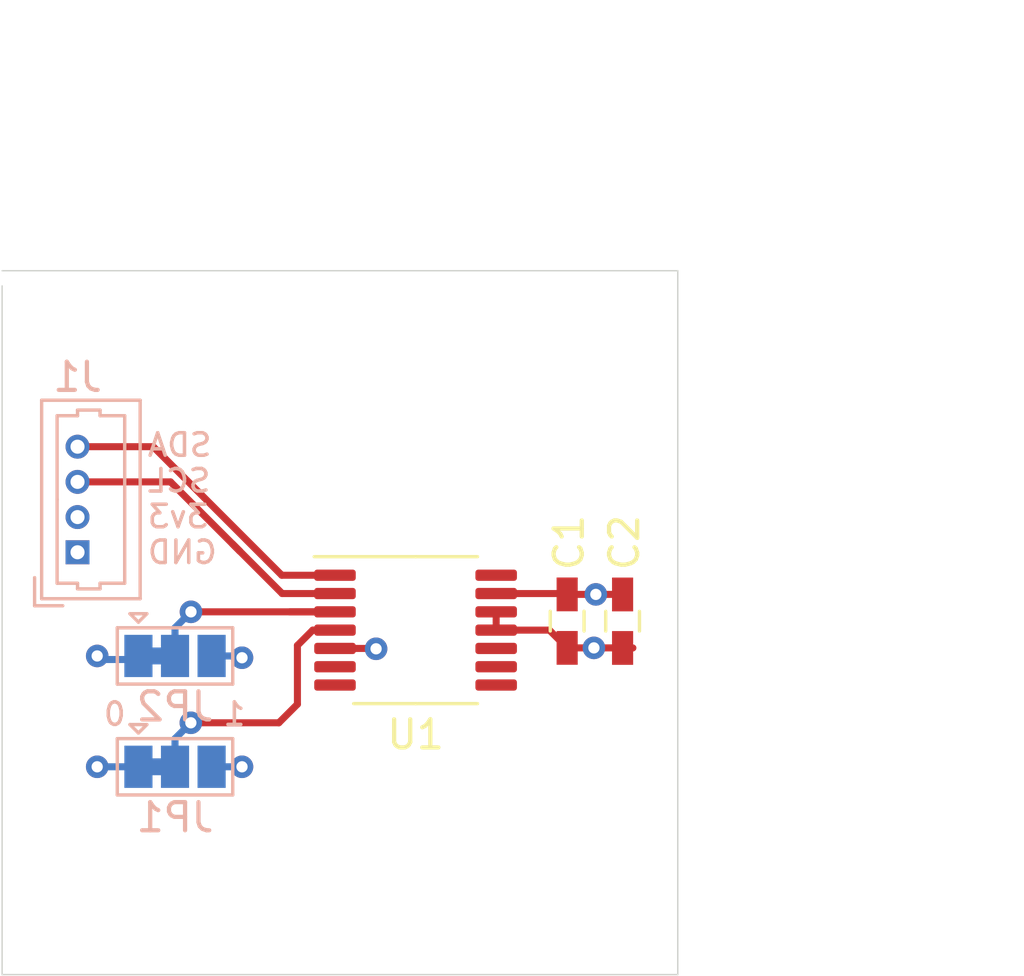
<source format=kicad_pcb>
(kicad_pcb (version 20171130) (host pcbnew "(5.1.9)-1")

  (general
    (thickness 1.6)
    (drawings 12)
    (tracks 49)
    (zones 0)
    (modules 10)
    (nets 7)
  )

  (page A4)
  (layers
    (0 F.Cu signal)
    (1 In1.Cu signal)
    (2 In2.Cu signal)
    (31 B.Cu signal)
    (32 B.Adhes user)
    (33 F.Adhes user)
    (34 B.Paste user)
    (35 F.Paste user)
    (36 B.SilkS user)
    (37 F.SilkS user)
    (38 B.Mask user)
    (39 F.Mask user)
    (40 Dwgs.User user)
    (41 Cmts.User user)
    (42 Eco1.User user)
    (43 Eco2.User user)
    (44 Edge.Cuts user)
    (45 Margin user)
    (46 B.CrtYd user)
    (47 F.CrtYd user)
    (48 B.Fab user hide)
    (49 F.Fab user hide)
  )

  (setup
    (last_trace_width 0.25)
    (trace_clearance 0.2)
    (zone_clearance 0.225)
    (zone_45_only yes)
    (trace_min 0.2)
    (via_size 0.8)
    (via_drill 0.4)
    (via_min_size 0.4)
    (via_min_drill 0.3)
    (uvia_size 0.3)
    (uvia_drill 0.1)
    (uvias_allowed no)
    (uvia_min_size 0.2)
    (uvia_min_drill 0.1)
    (edge_width 0.05)
    (segment_width 0.2)
    (pcb_text_width 0.3)
    (pcb_text_size 1.5 1.5)
    (mod_edge_width 0.12)
    (mod_text_size 1 1)
    (mod_text_width 0.15)
    (pad_size 1 0.5)
    (pad_drill 0)
    (pad_to_mask_clearance 0)
    (aux_axis_origin 0 0)
    (grid_origin 158.8135 94.234)
    (visible_elements FFFFFF7F)
    (pcbplotparams
      (layerselection 0x010fc_ffffffff)
      (usegerberextensions true)
      (usegerberattributes false)
      (usegerberadvancedattributes false)
      (creategerberjobfile false)
      (excludeedgelayer true)
      (linewidth 0.100000)
      (plotframeref false)
      (viasonmask false)
      (mode 1)
      (useauxorigin false)
      (hpglpennumber 1)
      (hpglpenspeed 20)
      (hpglpendiameter 15.000000)
      (psnegative false)
      (psa4output false)
      (plotreference true)
      (plotvalue false)
      (plotinvisibletext false)
      (padsonsilk false)
      (subtractmaskfromsilk true)
      (outputformat 1)
      (mirror false)
      (drillshape 0)
      (scaleselection 1)
      (outputdirectory "gerber"))
  )

  (net 0 "")
  (net 1 +3V3)
  (net 2 GND)
  (net 3 /SCL)
  (net 4 /SDA)
  (net 5 /A1)
  (net 6 /A2)

  (net_class Default "This is the default net class."
    (clearance 0.2)
    (trace_width 0.25)
    (via_dia 0.8)
    (via_drill 0.4)
    (uvia_dia 0.3)
    (uvia_drill 0.1)
    (add_net +3V3)
    (add_net /A1)
    (add_net /A2)
    (add_net /SCL)
    (add_net /SDA)
    (add_net GND)
  )

  (module Mounting_Holes:MountingHole_2.5mm (layer F.Cu) (tedit 56D1B4CB) (tstamp 60D17021)
    (at 148 88)
    (descr "Mounting Hole 2.5mm, no annular")
    (tags "mounting hole 2.5mm no annular")
    (attr virtual)
    (fp_text reference REF** (at 0 -3.35) (layer F.SilkS) hide
      (effects (font (size 1 1) (thickness 0.15)))
    )
    (fp_text value MountingHole_2.5mm (at 0 3.35) (layer F.Fab)
      (effects (font (size 1 1) (thickness 0.15)))
    )
    (fp_circle (center 0 0) (end 2.75 0) (layer F.CrtYd) (width 0.05))
    (fp_circle (center 0 0) (end 2.5 0) (layer Cmts.User) (width 0.15))
    (fp_text user %R (at 0.3 0) (layer F.Fab)
      (effects (font (size 1 1) (thickness 0.15)))
    )
    (pad 1 np_thru_hole circle (at 0 0) (size 2.5 2.5) (drill 2.5) (layers *.Cu *.Mask))
  )

  (module Mounting_Holes:MountingHole_2.5mm (layer F.Cu) (tedit 56D1B4CB) (tstamp 60D17013)
    (at 148 106)
    (descr "Mounting Hole 2.5mm, no annular")
    (tags "mounting hole 2.5mm no annular")
    (attr virtual)
    (fp_text reference B (at 0 -3.35) (layer F.SilkS) hide
      (effects (font (size 1 1) (thickness 0.15)))
    )
    (fp_text value MountingHole_2.5mm (at 0 3.35) (layer F.Fab)
      (effects (font (size 1 1) (thickness 0.15)))
    )
    (fp_circle (center 0 0) (end 2.75 0) (layer F.CrtYd) (width 0.05))
    (fp_circle (center 0 0) (end 2.5 0) (layer Cmts.User) (width 0.15))
    (fp_text user %R (at 0.3 0) (layer F.Fab)
      (effects (font (size 1 1) (thickness 0.15)))
    )
    (pad 1 np_thru_hole circle (at 0 0) (size 2.5 2.5) (drill 2.5) (layers *.Cu *.Mask))
  )

  (module Mounting_Holes:MountingHole_2.5mm (layer F.Cu) (tedit 56D1B4CB) (tstamp 60D16FFD)
    (at 137 106)
    (descr "Mounting Hole 2.5mm, no annular")
    (tags "mounting hole 2.5mm no annular")
    (attr virtual)
    (fp_text reference A (at 0.0965 -0.0185) (layer F.SilkS)
      (effects (font (size 1 1) (thickness 0.15)))
    )
    (fp_text value MountingHole_2.5mm (at 0 3.35) (layer F.Fab)
      (effects (font (size 1 1) (thickness 0.15)))
    )
    (fp_circle (center 0 0) (end 2.75 0) (layer F.CrtYd) (width 0.05))
    (fp_circle (center 0 0) (end 2.5 0) (layer Cmts.User) (width 0.15))
    (fp_text user %R (at 0.3 0) (layer F.Fab)
      (effects (font (size 1 1) (thickness 0.15)))
    )
    (pad 1 np_thru_hole circle (at 0 0) (size 2.5 2.5) (drill 2.5) (layers *.Cu *.Mask))
  )

  (module Mounting_Holes:MountingHole_2.5mm (layer F.Cu) (tedit 56D1B4CB) (tstamp 60D16FC8)
    (at 137 88)
    (descr "Mounting Hole 2.5mm, no annular")
    (tags "mounting hole 2.5mm no annular")
    (attr virtual)
    (fp_text reference REF** (at 0 -3.35) (layer F.SilkS) hide
      (effects (font (size 1 1) (thickness 0.15)))
    )
    (fp_text value MountingHole_2.5mm (at 0 3.35) (layer F.Fab)
      (effects (font (size 1 1) (thickness 0.15)))
    )
    (fp_circle (center 0 0) (end 2.75 0) (layer F.CrtYd) (width 0.05))
    (fp_circle (center 0 0) (end 2.5 0) (layer Cmts.User) (width 0.15))
    (fp_text user %R (at 0.3 0) (layer F.Fab)
      (effects (font (size 1 1) (thickness 0.15)))
    )
    (pad 1 np_thru_hole circle (at 0 0) (size 2.5 2.5) (drill 2.5) (layers *.Cu *.Mask))
  )

  (module Jumper:SolderJumper-3_P1.3mm_Bridged12_Pad1.0x1.5mm (layer B.Cu) (tedit 5C756B4C) (tstamp 60D16B4F)
    (at 133.955 97.917)
    (descr "SMD Solder 3-pad Jumper, 1x1.5mm Pads, 0.3mm gap, pads 1-2 bridged with 1 copper strip")
    (tags "solder jumper open")
    (path /60D1D24D)
    (attr virtual)
    (fp_text reference JP2 (at 0 1.8) (layer B.SilkS)
      (effects (font (size 1 1) (thickness 0.15)) (justify mirror))
    )
    (fp_text value SolderJumper_3_Bridged12 (at 0 -2) (layer B.Fab)
      (effects (font (size 1 1) (thickness 0.15)) (justify mirror))
    )
    (fp_line (start -1.3 -1.2) (end -1 -1.5) (layer B.SilkS) (width 0.12))
    (fp_line (start -1.6 -1.5) (end -1 -1.5) (layer B.SilkS) (width 0.12))
    (fp_line (start -1.3 -1.2) (end -1.6 -1.5) (layer B.SilkS) (width 0.12))
    (fp_line (start -2.05 -1) (end -2.05 1) (layer B.SilkS) (width 0.12))
    (fp_line (start 2.05 -1) (end -2.05 -1) (layer B.SilkS) (width 0.12))
    (fp_line (start 2.05 1) (end 2.05 -1) (layer B.SilkS) (width 0.12))
    (fp_line (start -2.05 1) (end 2.05 1) (layer B.SilkS) (width 0.12))
    (fp_line (start -2.3 1.25) (end 2.3 1.25) (layer B.CrtYd) (width 0.05))
    (fp_line (start -2.3 1.25) (end -2.3 -1.25) (layer B.CrtYd) (width 0.05))
    (fp_line (start 2.3 -1.25) (end 2.3 1.25) (layer B.CrtYd) (width 0.05))
    (fp_line (start 2.3 -1.25) (end -2.3 -1.25) (layer B.CrtYd) (width 0.05))
    (fp_poly (pts (xy -0.9 0.3) (xy -0.4 0.3) (xy -0.4 -0.3) (xy -0.9 -0.3)) (layer B.Cu) (width 0))
    (pad 2 smd rect (at 0 0) (size 1 1.5) (layers B.Cu B.Mask)
      (net 6 /A2))
    (pad 3 smd rect (at 1.3 0) (size 1 1.5) (layers B.Cu B.Mask)
      (net 1 +3V3))
    (pad 1 smd rect (at -1.3 0) (size 1 1.5) (layers B.Cu B.Mask)
      (net 2 GND))
  )

  (module Jumper:SolderJumper-3_P1.3mm_Bridged12_Pad1.0x1.5mm (layer B.Cu) (tedit 5C756B4C) (tstamp 60D2B28E)
    (at 133.955 101.854)
    (descr "SMD Solder 3-pad Jumper, 1x1.5mm Pads, 0.3mm gap, pads 1-2 bridged with 1 copper strip")
    (tags "solder jumper open")
    (path /60D1AEAA)
    (attr virtual)
    (fp_text reference JP1 (at 0 1.8) (layer B.SilkS)
      (effects (font (size 1 1) (thickness 0.15)) (justify mirror))
    )
    (fp_text value SolderJumper_3_Bridged12 (at 0 -2) (layer B.Fab)
      (effects (font (size 1 1) (thickness 0.15)) (justify mirror))
    )
    (fp_line (start -1.3 -1.2) (end -1 -1.5) (layer B.SilkS) (width 0.12))
    (fp_line (start -1.6 -1.5) (end -1 -1.5) (layer B.SilkS) (width 0.12))
    (fp_line (start -1.3 -1.2) (end -1.6 -1.5) (layer B.SilkS) (width 0.12))
    (fp_line (start -2.05 -1) (end -2.05 1) (layer B.SilkS) (width 0.12))
    (fp_line (start 2.05 -1) (end -2.05 -1) (layer B.SilkS) (width 0.12))
    (fp_line (start 2.05 1) (end 2.05 -1) (layer B.SilkS) (width 0.12))
    (fp_line (start -2.05 1) (end 2.05 1) (layer B.SilkS) (width 0.12))
    (fp_line (start -2.3 1.25) (end 2.3 1.25) (layer B.CrtYd) (width 0.05))
    (fp_line (start -2.3 1.25) (end -2.3 -1.25) (layer B.CrtYd) (width 0.05))
    (fp_line (start 2.3 -1.25) (end 2.3 1.25) (layer B.CrtYd) (width 0.05))
    (fp_line (start 2.3 -1.25) (end -2.3 -1.25) (layer B.CrtYd) (width 0.05))
    (fp_poly (pts (xy -0.9 0.3) (xy -0.4 0.3) (xy -0.4 -0.3) (xy -0.9 -0.3)) (layer B.Cu) (width 0))
    (pad 2 smd rect (at 0 0) (size 1 1.5) (layers B.Cu B.Mask)
      (net 5 /A1))
    (pad 3 smd rect (at 1.3 0) (size 1 1.5) (layers B.Cu B.Mask)
      (net 1 +3V3))
    (pad 1 smd rect (at -1.3 0) (size 1 1.5) (layers B.Cu B.Mask)
      (net 2 GND))
  )

  (module Package_SO:TSSOP-14_4.4x5mm_P0.65mm (layer F.Cu) (tedit 5E476F32) (tstamp 60D16B6F)
    (at 142.5 97)
    (descr "TSSOP, 14 Pin (JEDEC MO-153 Var AB-1 https://www.jedec.org/document_search?search_api_views_fulltext=MO-153), generated with kicad-footprint-generator ipc_gullwing_generator.py")
    (tags "TSSOP SO")
    (path /60D16C7A)
    (attr smd)
    (fp_text reference U1 (at 0 3.711) (layer F.SilkS)
      (effects (font (size 1 1) (thickness 0.15)))
    )
    (fp_text value AS5048B (at 0 3.45) (layer F.Fab)
      (effects (font (size 1 1) (thickness 0.15)))
    )
    (fp_text user %R (at 0 0) (layer F.Fab)
      (effects (font (size 1 1) (thickness 0.15)))
    )
    (fp_line (start 0 2.61) (end 2.2 2.61) (layer F.SilkS) (width 0.12))
    (fp_line (start 0 2.61) (end -2.2 2.61) (layer F.SilkS) (width 0.12))
    (fp_line (start 0 -2.61) (end 2.2 -2.61) (layer F.SilkS) (width 0.12))
    (fp_line (start 0 -2.61) (end -3.6 -2.61) (layer F.SilkS) (width 0.12))
    (fp_line (start -1.2 -2.5) (end 2.2 -2.5) (layer F.Fab) (width 0.1))
    (fp_line (start 2.2 -2.5) (end 2.2 2.5) (layer F.Fab) (width 0.1))
    (fp_line (start 2.2 2.5) (end -2.2 2.5) (layer F.Fab) (width 0.1))
    (fp_line (start -2.2 2.5) (end -2.2 -1.5) (layer F.Fab) (width 0.1))
    (fp_line (start -2.2 -1.5) (end -1.2 -2.5) (layer F.Fab) (width 0.1))
    (fp_line (start -3.85 -2.75) (end -3.85 2.75) (layer F.CrtYd) (width 0.05))
    (fp_line (start -3.85 2.75) (end 3.85 2.75) (layer F.CrtYd) (width 0.05))
    (fp_line (start 3.85 2.75) (end 3.85 -2.75) (layer F.CrtYd) (width 0.05))
    (fp_line (start 3.85 -2.75) (end -3.85 -2.75) (layer F.CrtYd) (width 0.05))
    (pad 14 smd roundrect (at 2.8625 -1.95) (size 1.475 0.4) (layers F.Cu F.Paste F.Mask) (roundrect_rratio 0.25))
    (pad 13 smd roundrect (at 2.8625 -1.3) (size 1.475 0.4) (layers F.Cu F.Paste F.Mask) (roundrect_rratio 0.25)
      (net 2 GND))
    (pad 12 smd roundrect (at 2.8625 -0.65) (size 1.475 0.4) (layers F.Cu F.Paste F.Mask) (roundrect_rratio 0.25)
      (net 1 +3V3))
    (pad 11 smd roundrect (at 2.8625 0) (size 1.475 0.4) (layers F.Cu F.Paste F.Mask) (roundrect_rratio 0.25)
      (net 1 +3V3))
    (pad 10 smd roundrect (at 2.8625 0.65) (size 1.475 0.4) (layers F.Cu F.Paste F.Mask) (roundrect_rratio 0.25))
    (pad 9 smd roundrect (at 2.8625 1.3) (size 1.475 0.4) (layers F.Cu F.Paste F.Mask) (roundrect_rratio 0.25))
    (pad 8 smd roundrect (at 2.8625 1.95) (size 1.475 0.4) (layers F.Cu F.Paste F.Mask) (roundrect_rratio 0.25))
    (pad 7 smd roundrect (at -2.8625 1.95) (size 1.475 0.4) (layers F.Cu F.Paste F.Mask) (roundrect_rratio 0.25))
    (pad 6 smd roundrect (at -2.8625 1.3) (size 1.475 0.4) (layers F.Cu F.Paste F.Mask) (roundrect_rratio 0.25))
    (pad 5 smd roundrect (at -2.8625 0.65) (size 1.475 0.4) (layers F.Cu F.Paste F.Mask) (roundrect_rratio 0.25)
      (net 2 GND))
    (pad 4 smd roundrect (at -2.8625 0) (size 1.475 0.4) (layers F.Cu F.Paste F.Mask) (roundrect_rratio 0.25)
      (net 5 /A1))
    (pad 3 smd roundrect (at -2.8625 -0.65) (size 1.475 0.4) (layers F.Cu F.Paste F.Mask) (roundrect_rratio 0.25)
      (net 6 /A2))
    (pad 2 smd roundrect (at -2.8625 -1.3) (size 1.475 0.4) (layers F.Cu F.Paste F.Mask) (roundrect_rratio 0.25)
      (net 3 /SCL))
    (pad 1 smd roundrect (at -2.8625 -1.95) (size 1.475 0.4) (layers F.Cu F.Paste F.Mask) (roundrect_rratio 0.25)
      (net 4 /SDA))
    (model ${KISYS3DMOD}/Package_SO.3dshapes/TSSOP-14_4.4x5mm_P0.65mm.wrl
      (at (xyz 0 0 0))
      (scale (xyz 1 1 1))
      (rotate (xyz 0 0 0))
    )
  )

  (module Connectors_Molex:Molex_PicoBlade_53047-0410_04x1.25mm_Straight (layer B.Cu) (tedit 58A3B615) (tstamp 60D16B1F)
    (at 130.4925 94.234 90)
    (descr "Molex PicoBlade, single row, top entry type, through hole, PN:53047-0410")
    (tags "connector molex picoblade")
    (path /60D175D0)
    (fp_text reference J1 (at 6.223 0 180) (layer B.SilkS)
      (effects (font (size 1 1) (thickness 0.15)) (justify mirror))
    )
    (fp_text value Conn_01x04_Male (at 1.875 3.25 270) (layer B.Fab)
      (effects (font (size 1 1) (thickness 0.15)) (justify mirror))
    )
    (fp_line (start -1.9 -1.525) (end -0.9 -1.525) (layer B.SilkS) (width 0.12))
    (fp_line (start -1.9 -1.525) (end -1.9 -0.525) (layer B.SilkS) (width 0.12))
    (fp_line (start 4.85 1.675) (end 1.875 1.675) (layer B.SilkS) (width 0.12))
    (fp_line (start 4.85 0.8) (end 4.85 1.675) (layer B.SilkS) (width 0.12))
    (fp_line (start 5.05 0.8) (end 4.85 0.8) (layer B.SilkS) (width 0.12))
    (fp_line (start 5.05 0) (end 5.05 0.8) (layer B.SilkS) (width 0.12))
    (fp_line (start 4.85 0) (end 5.05 0) (layer B.SilkS) (width 0.12))
    (fp_line (start 4.85 -0.725) (end 4.85 0) (layer B.SilkS) (width 0.12))
    (fp_line (start 1.875 -0.725) (end 4.85 -0.725) (layer B.SilkS) (width 0.12))
    (fp_line (start -1.1 1.675) (end 1.875 1.675) (layer B.SilkS) (width 0.12))
    (fp_line (start -1.1 0.8) (end -1.1 1.675) (layer B.SilkS) (width 0.12))
    (fp_line (start -1.3 0.8) (end -1.1 0.8) (layer B.SilkS) (width 0.12))
    (fp_line (start -1.3 0) (end -1.3 0.8) (layer B.SilkS) (width 0.12))
    (fp_line (start -1.1 0) (end -1.3 0) (layer B.SilkS) (width 0.12))
    (fp_line (start -1.1 -0.725) (end -1.1 0) (layer B.SilkS) (width 0.12))
    (fp_line (start 1.875 -0.725) (end -1.1 -0.725) (layer B.SilkS) (width 0.12))
    (fp_line (start 5.4 2.225) (end -1.65 2.225) (layer B.SilkS) (width 0.12))
    (fp_line (start 5.4 -1.275) (end 5.4 2.225) (layer B.SilkS) (width 0.12))
    (fp_line (start -1.65 -1.275) (end 5.4 -1.275) (layer B.SilkS) (width 0.12))
    (fp_line (start -1.65 2.225) (end -1.65 -1.275) (layer B.SilkS) (width 0.12))
    (fp_line (start 5.25 2.075) (end -1.5 2.075) (layer B.Fab) (width 0.1))
    (fp_line (start 5.25 -1.125) (end 5.25 2.075) (layer B.Fab) (width 0.1))
    (fp_line (start -1.5 -1.125) (end 5.25 -1.125) (layer B.Fab) (width 0.1))
    (fp_line (start -1.5 2.075) (end -1.5 -1.125) (layer B.Fab) (width 0.1))
    (fp_line (start 5.75 2.55) (end -2 2.55) (layer B.CrtYd) (width 0.05))
    (fp_line (start 5.75 -1.6) (end 5.75 2.55) (layer B.CrtYd) (width 0.05))
    (fp_line (start -2 -1.6) (end 5.75 -1.6) (layer B.CrtYd) (width 0.05))
    (fp_line (start -2 2.55) (end -2 -1.6) (layer B.CrtYd) (width 0.05))
    (fp_text user %R (at 1.875 1.25 270) (layer B.Fab)
      (effects (font (size 1 1) (thickness 0.15)) (justify mirror))
    )
    (pad 1 thru_hole rect (at 0 0 90) (size 0.85 0.85) (drill 0.5) (layers *.Cu *.Mask)
      (net 2 GND))
    (pad 2 thru_hole circle (at 1.25 0 90) (size 0.85 0.85) (drill 0.5) (layers *.Cu *.Mask)
      (net 1 +3V3))
    (pad 3 thru_hole circle (at 2.5 0 90) (size 0.85 0.85) (drill 0.5) (layers *.Cu *.Mask)
      (net 3 /SCL))
    (pad 4 thru_hole circle (at 3.75 0 90) (size 0.85 0.85) (drill 0.5) (layers *.Cu *.Mask)
      (net 4 /SDA))
    (model ${KISYS3DMOD}/Connectors_Molex.3dshapes/Molex_PicoBlade_53047-0410_04x1.25mm_Straight.wrl
      (at (xyz 0 0 0))
      (scale (xyz 1 1 1))
      (rotate (xyz 0 0 0))
    )
  )

  (module Capacitors_SMD:C_0603_HandSoldering (layer F.Cu) (tedit 58AA848B) (tstamp 60D16B1C)
    (at 149.853 96.683 90)
    (descr "Capacitor SMD 0603, hand soldering")
    (tags "capacitor 0603")
    (path /60D22D24)
    (attr smd)
    (fp_text reference C2 (at 2.794 0.0635 90) (layer F.SilkS)
      (effects (font (size 1 1) (thickness 0.15)))
    )
    (fp_text value 10uf (at 0 1.5 90) (layer F.Fab)
      (effects (font (size 1 1) (thickness 0.15)))
    )
    (fp_line (start 1.8 0.65) (end -1.8 0.65) (layer F.CrtYd) (width 0.05))
    (fp_line (start 1.8 0.65) (end 1.8 -0.65) (layer F.CrtYd) (width 0.05))
    (fp_line (start -1.8 -0.65) (end -1.8 0.65) (layer F.CrtYd) (width 0.05))
    (fp_line (start -1.8 -0.65) (end 1.8 -0.65) (layer F.CrtYd) (width 0.05))
    (fp_line (start 0.35 0.6) (end -0.35 0.6) (layer F.SilkS) (width 0.12))
    (fp_line (start -0.35 -0.6) (end 0.35 -0.6) (layer F.SilkS) (width 0.12))
    (fp_line (start -0.8 -0.4) (end 0.8 -0.4) (layer F.Fab) (width 0.1))
    (fp_line (start 0.8 -0.4) (end 0.8 0.4) (layer F.Fab) (width 0.1))
    (fp_line (start 0.8 0.4) (end -0.8 0.4) (layer F.Fab) (width 0.1))
    (fp_line (start -0.8 0.4) (end -0.8 -0.4) (layer F.Fab) (width 0.1))
    (fp_text user %R (at 0 -1.25 90) (layer F.Fab)
      (effects (font (size 1 1) (thickness 0.15)))
    )
    (pad 1 smd rect (at -0.95 0 90) (size 1.2 0.75) (layers F.Cu F.Paste F.Mask)
      (net 1 +3V3))
    (pad 2 smd rect (at 0.95 0 90) (size 1.2 0.75) (layers F.Cu F.Paste F.Mask)
      (net 2 GND))
    (model Capacitors_SMD.3dshapes/C_0603.wrl
      (at (xyz 0 0 0))
      (scale (xyz 1 1 1))
      (rotate (xyz 0 0 0))
    )
  )

  (module Capacitors_SMD:C_0603_HandSoldering (layer F.Cu) (tedit 58AA848B) (tstamp 60D16B19)
    (at 147.8845 96.6805 90)
    (descr "Capacitor SMD 0603, hand soldering")
    (tags "capacitor 0603")
    (path /60D225F9)
    (attr smd)
    (fp_text reference C1 (at 2.7915 0.0635 90) (layer F.SilkS)
      (effects (font (size 1 1) (thickness 0.15)))
    )
    (fp_text value 100nF (at 0 1.5 90) (layer F.Fab)
      (effects (font (size 1 1) (thickness 0.15)))
    )
    (fp_line (start 1.8 0.65) (end -1.8 0.65) (layer F.CrtYd) (width 0.05))
    (fp_line (start 1.8 0.65) (end 1.8 -0.65) (layer F.CrtYd) (width 0.05))
    (fp_line (start -1.8 -0.65) (end -1.8 0.65) (layer F.CrtYd) (width 0.05))
    (fp_line (start -1.8 -0.65) (end 1.8 -0.65) (layer F.CrtYd) (width 0.05))
    (fp_line (start 0.35 0.6) (end -0.35 0.6) (layer F.SilkS) (width 0.12))
    (fp_line (start -0.35 -0.6) (end 0.35 -0.6) (layer F.SilkS) (width 0.12))
    (fp_line (start -0.8 -0.4) (end 0.8 -0.4) (layer F.Fab) (width 0.1))
    (fp_line (start 0.8 -0.4) (end 0.8 0.4) (layer F.Fab) (width 0.1))
    (fp_line (start 0.8 0.4) (end -0.8 0.4) (layer F.Fab) (width 0.1))
    (fp_line (start -0.8 0.4) (end -0.8 -0.4) (layer F.Fab) (width 0.1))
    (fp_text user %R (at 0 -1.25 90) (layer F.Fab)
      (effects (font (size 1 1) (thickness 0.15)))
    )
    (pad 1 smd rect (at -0.95 0 90) (size 1.2 0.75) (layers F.Cu F.Paste F.Mask)
      (net 1 +3V3))
    (pad 2 smd rect (at 0.95 0 90) (size 1.2 0.75) (layers F.Cu F.Paste F.Mask)
      (net 2 GND))
    (model Capacitors_SMD.3dshapes/C_0603.wrl
      (at (xyz 0 0 0))
      (scale (xyz 1 1 1))
      (rotate (xyz 0 0 0))
    )
  )

  (gr_text 1 (at 136.0635 99.984) (layer B.SilkS) (tstamp 60D2B2C4)
    (effects (font (size 0.8 0.8) (thickness 0.125)) (justify mirror))
  )
  (gr_text 0 (at 131.8135 99.984) (layer B.SilkS) (tstamp 60D2B2C0)
    (effects (font (size 0.8 0.8) (thickness 0.125)) (justify mirror))
  )
  (gr_line (start 127.8135 109.234) (end 127.8135 84.7725) (layer Edge.Cuts) (width 0.05) (tstamp 60D1FD67))
  (gr_line (start 151.8135 109.234) (end 127.8135 109.234) (layer Edge.Cuts) (width 0.05))
  (gr_line (start 151.8135 84.234) (end 151.8135 109.234) (layer Edge.Cuts) (width 0.05))
  (gr_line (start 127.8135 84.234) (end 151.8135 84.234) (layer Edge.Cuts) (width 0.05))
  (dimension 25 (width 0.15) (layer Dwgs.User)
    (gr_text "25.000 mm" (at 162.7655 96.734 270) (layer Dwgs.User)
      (effects (font (size 1 1) (thickness 0.15)))
    )
    (feature1 (pts (xy 151.8135 109.234) (xy 162.051921 109.234)))
    (feature2 (pts (xy 151.8135 84.234) (xy 162.051921 84.234)))
    (crossbar (pts (xy 161.4655 84.234) (xy 161.4655 109.234)))
    (arrow1a (pts (xy 161.4655 109.234) (xy 160.879079 108.107496)))
    (arrow1b (pts (xy 161.4655 109.234) (xy 162.051921 108.107496)))
    (arrow2a (pts (xy 161.4655 84.234) (xy 160.879079 85.360504)))
    (arrow2b (pts (xy 161.4655 84.234) (xy 162.051921 85.360504)))
  )
  (dimension 24 (width 0.15) (layer Dwgs.User)
    (gr_text "24.000 mm" (at 139.8135 75.315671) (layer Dwgs.User)
      (effects (font (size 1 1) (thickness 0.15)))
    )
    (feature1 (pts (xy 151.8135 84.234) (xy 151.8135 76.02925)))
    (feature2 (pts (xy 127.8135 84.234) (xy 127.8135 76.02925)))
    (crossbar (pts (xy 127.8135 76.615671) (xy 151.8135 76.615671)))
    (arrow1a (pts (xy 151.8135 76.615671) (xy 150.686996 77.202092)))
    (arrow1b (pts (xy 151.8135 76.615671) (xy 150.686996 76.02925)))
    (arrow2a (pts (xy 127.8135 76.615671) (xy 128.940004 77.202092)))
    (arrow2b (pts (xy 127.8135 76.615671) (xy 128.940004 76.02925)))
  )
  (gr_text GND (at 132.9135 94.234) (layer B.SilkS) (tstamp 60D18AF5)
    (effects (font (size 0.8 0.8) (thickness 0.125)) (justify right mirror))
  )
  (gr_text 3v3 (at 132.9135 92.964) (layer B.SilkS) (tstamp 60D18AF1)
    (effects (font (size 0.8 0.8) (thickness 0.125)) (justify right mirror))
  )
  (gr_text SCL (at 132.9135 91.694) (layer B.SilkS) (tstamp 60D18AED)
    (effects (font (size 0.8 0.8) (thickness 0.125)) (justify right mirror))
  )
  (gr_text SDA (at 132.9135 90.424) (layer B.SilkS)
    (effects (font (size 0.8 0.8) (thickness 0.125)) (justify right mirror))
  )

  (segment (start 145.3625 96.35) (end 145.3625 97) (width 0.25) (layer F.Cu) (net 1))
  (segment (start 150.219 97.633) (end 149.853 97.633) (width 0.25) (layer F.Cu) (net 1))
  (segment (start 149.8505 97.6305) (end 149.853 97.633) (width 0.25) (layer F.Cu) (net 1))
  (segment (start 147.8845 97.6305) (end 148.8345 97.6305) (width 0.25) (layer F.Cu) (net 1))
  (segment (start 148.8345 97.6305) (end 149.8505 97.6305) (width 0.25) (layer F.Cu) (net 1) (tstamp 60D200A1))
  (via (at 148.8345 97.6305) (size 0.8) (drill 0.4) (layers F.Cu B.Cu) (net 1))
  (via (at 136.3345 97.9805) (size 0.8) (drill 0.4) (layers F.Cu B.Cu) (net 1))
  (via (at 136.3345 101.854) (size 0.8) (drill 0.4) (layers F.Cu B.Cu) (net 1))
  (segment (start 135.255 101.854) (end 136.3345 101.854) (width 0.25) (layer B.Cu) (net 1))
  (segment (start 136.271 97.917) (end 136.3345 97.9805) (width 0.25) (layer B.Cu) (net 1))
  (segment (start 135.255 97.917) (end 136.271 97.917) (width 0.25) (layer B.Cu) (net 1))
  (segment (start 147.254 97) (end 147.8845 97.6305) (width 0.25) (layer F.Cu) (net 1))
  (segment (start 145.3625 97) (end 147.254 97) (width 0.25) (layer F.Cu) (net 1))
  (segment (start 132.655 98.044) (end 131.191 98.044) (width 0.25) (layer B.Cu) (net 2))
  (via (at 131.191 97.917) (size 0.8) (drill 0.4) (layers F.Cu B.Cu) (net 2))
  (via (at 131.191 101.854) (size 0.8) (drill 0.4) (layers F.Cu B.Cu) (net 2))
  (via (at 141.097 97.663) (size 0.8) (drill 0.4) (layers F.Cu B.Cu) (net 2))
  (segment (start 148.903 95.7305) (end 147.8845 95.7305) (width 0.25) (layer F.Cu) (net 2) (tstamp 60D1882F))
  (via (at 148.903 95.7305) (size 0.8) (drill 0.4) (layers F.Cu B.Cu) (net 2))
  (segment (start 141.084 97.65) (end 141.097 97.663) (width 0.25) (layer F.Cu) (net 2))
  (segment (start 139.6375 97.65) (end 141.084 97.65) (width 0.25) (layer F.Cu) (net 2))
  (segment (start 132.655 101.854) (end 131.191 101.854) (width 0.25) (layer B.Cu) (net 2))
  (segment (start 147.854 95.7) (end 147.8845 95.7305) (width 0.25) (layer F.Cu) (net 2))
  (segment (start 145.3625 95.7) (end 147.854 95.7) (width 0.25) (layer F.Cu) (net 2))
  (segment (start 149.8505 95.7305) (end 149.853 95.733) (width 0.25) (layer F.Cu) (net 2))
  (segment (start 148.903 95.7305) (end 149.8505 95.7305) (width 0.25) (layer F.Cu) (net 2))
  (segment (start 137.7605 95.7) (end 139.6375 95.7) (width 0.25) (layer F.Cu) (net 3))
  (segment (start 130.4925 91.734) (end 133.7945 91.734) (width 0.25) (layer F.Cu) (net 3))
  (segment (start 136.251 94.1905) (end 137.7605 95.7) (width 0.25) (layer F.Cu) (net 3))
  (segment (start 133.7945 91.734) (end 136.251 94.1905) (width 0.25) (layer F.Cu) (net 3))
  (segment (start 135.997 93.9365) (end 136.251 94.1905) (width 0.25) (layer F.Cu) (net 3))
  (segment (start 137.74691 95.05) (end 139.6375 95.05) (width 0.25) (layer F.Cu) (net 4))
  (segment (start 133.18091 90.484) (end 137.74691 95.05) (width 0.25) (layer F.Cu) (net 4))
  (segment (start 130.4925 90.484) (end 133.18091 90.484) (width 0.25) (layer F.Cu) (net 4))
  (segment (start 137.64325 100.29125) (end 134.51775 100.29125) (width 0.25) (layer F.Cu) (net 5))
  (segment (start 138.303 99.6315) (end 137.64325 100.29125) (width 0.25) (layer F.Cu) (net 5))
  (segment (start 138.303 97.5435) (end 138.303 99.6315) (width 0.25) (layer F.Cu) (net 5))
  (segment (start 138.8465 97) (end 138.303 97.5435) (width 0.25) (layer F.Cu) (net 5))
  (segment (start 139.6375 97) (end 138.8465 97) (width 0.25) (layer F.Cu) (net 5))
  (segment (start 134.51775 100.29125) (end 134.51775 100.29125) (width 0.25) (layer F.Cu) (net 5) (tstamp 60D202F9))
  (via (at 134.51775 100.29125) (size 0.8) (drill 0.4) (layers F.Cu B.Cu) (net 5))
  (segment (start 133.955 100.854) (end 133.955 101.854) (width 0.25) (layer B.Cu) (net 5))
  (segment (start 134.51775 100.29125) (end 133.955 100.854) (width 0.25) (layer B.Cu) (net 5))
  (segment (start 139.6375 96.35) (end 138.0285 96.35) (width 0.25) (layer F.Cu) (net 6))
  (segment (start 134.522 96.35) (end 134.522 96.35) (width 0.25) (layer F.Cu) (net 6))
  (segment (start 134.522 96.35) (end 139.6375 96.35) (width 0.25) (layer F.Cu) (net 6) (tstamp 60D202F7))
  (via (at 134.522 96.35) (size 0.8) (drill 0.4) (layers F.Cu B.Cu) (net 6))
  (segment (start 133.955 96.917) (end 133.955 97.917) (width 0.25) (layer B.Cu) (net 6))
  (segment (start 134.522 96.35) (end 133.955 96.917) (width 0.25) (layer B.Cu) (net 6))

  (zone (net 2) (net_name GND) (layer In2.Cu) (tstamp 60D745DF) (hatch edge 0.508)
    (connect_pads (clearance 0.508))
    (min_thickness 0.254)
    (fill yes (arc_segments 32) (thermal_gap 0.508) (thermal_bridge_width 0.508) (smoothing chamfer) (radius 1))
    (polygon
      (pts
        (xy 151.8135 109.234) (xy 127.8135 109.234) (xy 127.8135 84.234) (xy 151.8135 84.234)
      )
    )
    (filled_polygon
      (pts
        (xy 151.153501 108.574) (xy 128.4735 108.574) (xy 128.4735 105.814344) (xy 135.115 105.814344) (xy 135.115 106.185656)
        (xy 135.187439 106.549834) (xy 135.329534 106.892882) (xy 135.535825 107.201618) (xy 135.798382 107.464175) (xy 136.107118 107.670466)
        (xy 136.450166 107.812561) (xy 136.814344 107.885) (xy 137.185656 107.885) (xy 137.549834 107.812561) (xy 137.892882 107.670466)
        (xy 138.201618 107.464175) (xy 138.464175 107.201618) (xy 138.670466 106.892882) (xy 138.812561 106.549834) (xy 138.885 106.185656)
        (xy 138.885 105.814344) (xy 146.115 105.814344) (xy 146.115 106.185656) (xy 146.187439 106.549834) (xy 146.329534 106.892882)
        (xy 146.535825 107.201618) (xy 146.798382 107.464175) (xy 147.107118 107.670466) (xy 147.450166 107.812561) (xy 147.814344 107.885)
        (xy 148.185656 107.885) (xy 148.549834 107.812561) (xy 148.892882 107.670466) (xy 149.201618 107.464175) (xy 149.464175 107.201618)
        (xy 149.670466 106.892882) (xy 149.812561 106.549834) (xy 149.885 106.185656) (xy 149.885 105.814344) (xy 149.812561 105.450166)
        (xy 149.670466 105.107118) (xy 149.464175 104.798382) (xy 149.201618 104.535825) (xy 148.892882 104.329534) (xy 148.549834 104.187439)
        (xy 148.185656 104.115) (xy 147.814344 104.115) (xy 147.450166 104.187439) (xy 147.107118 104.329534) (xy 146.798382 104.535825)
        (xy 146.535825 104.798382) (xy 146.329534 105.107118) (xy 146.187439 105.450166) (xy 146.115 105.814344) (xy 138.885 105.814344)
        (xy 138.812561 105.450166) (xy 138.670466 105.107118) (xy 138.464175 104.798382) (xy 138.201618 104.535825) (xy 137.892882 104.329534)
        (xy 137.549834 104.187439) (xy 137.185656 104.115) (xy 136.814344 104.115) (xy 136.450166 104.187439) (xy 136.107118 104.329534)
        (xy 135.798382 104.535825) (xy 135.535825 104.798382) (xy 135.329534 105.107118) (xy 135.187439 105.450166) (xy 135.115 105.814344)
        (xy 128.4735 105.814344) (xy 128.4735 101.752061) (xy 135.2995 101.752061) (xy 135.2995 101.955939) (xy 135.339274 102.155898)
        (xy 135.417295 102.344256) (xy 135.530563 102.513774) (xy 135.674726 102.657937) (xy 135.844244 102.771205) (xy 136.032602 102.849226)
        (xy 136.232561 102.889) (xy 136.436439 102.889) (xy 136.636398 102.849226) (xy 136.824756 102.771205) (xy 136.994274 102.657937)
        (xy 137.138437 102.513774) (xy 137.251705 102.344256) (xy 137.329726 102.155898) (xy 137.3695 101.955939) (xy 137.3695 101.752061)
        (xy 137.329726 101.552102) (xy 137.251705 101.363744) (xy 137.138437 101.194226) (xy 136.994274 101.050063) (xy 136.824756 100.936795)
        (xy 136.636398 100.858774) (xy 136.436439 100.819) (xy 136.232561 100.819) (xy 136.032602 100.858774) (xy 135.844244 100.936795)
        (xy 135.674726 101.050063) (xy 135.530563 101.194226) (xy 135.417295 101.363744) (xy 135.339274 101.552102) (xy 135.2995 101.752061)
        (xy 128.4735 101.752061) (xy 128.4735 100.189311) (xy 133.48275 100.189311) (xy 133.48275 100.393189) (xy 133.522524 100.593148)
        (xy 133.600545 100.781506) (xy 133.713813 100.951024) (xy 133.857976 101.095187) (xy 134.027494 101.208455) (xy 134.215852 101.286476)
        (xy 134.415811 101.32625) (xy 134.619689 101.32625) (xy 134.819648 101.286476) (xy 135.008006 101.208455) (xy 135.177524 101.095187)
        (xy 135.321687 100.951024) (xy 135.434955 100.781506) (xy 135.512976 100.593148) (xy 135.55275 100.393189) (xy 135.55275 100.189311)
        (xy 135.512976 99.989352) (xy 135.434955 99.800994) (xy 135.321687 99.631476) (xy 135.177524 99.487313) (xy 135.008006 99.374045)
        (xy 134.819648 99.296024) (xy 134.619689 99.25625) (xy 134.415811 99.25625) (xy 134.215852 99.296024) (xy 134.027494 99.374045)
        (xy 133.857976 99.487313) (xy 133.713813 99.631476) (xy 133.600545 99.800994) (xy 133.522524 99.989352) (xy 133.48275 100.189311)
        (xy 128.4735 100.189311) (xy 128.4735 97.878561) (xy 135.2995 97.878561) (xy 135.2995 98.082439) (xy 135.339274 98.282398)
        (xy 135.417295 98.470756) (xy 135.530563 98.640274) (xy 135.674726 98.784437) (xy 135.844244 98.897705) (xy 136.032602 98.975726)
        (xy 136.232561 99.0155) (xy 136.436439 99.0155) (xy 136.636398 98.975726) (xy 136.824756 98.897705) (xy 136.994274 98.784437)
        (xy 137.138437 98.640274) (xy 137.251705 98.470756) (xy 137.329726 98.282398) (xy 137.3695 98.082439) (xy 137.3695 97.878561)
        (xy 137.329726 97.678602) (xy 137.267577 97.528561) (xy 147.7995 97.528561) (xy 147.7995 97.732439) (xy 147.839274 97.932398)
        (xy 147.917295 98.120756) (xy 148.030563 98.290274) (xy 148.174726 98.434437) (xy 148.344244 98.547705) (xy 148.532602 98.625726)
        (xy 148.732561 98.6655) (xy 148.936439 98.6655) (xy 149.136398 98.625726) (xy 149.324756 98.547705) (xy 149.494274 98.434437)
        (xy 149.638437 98.290274) (xy 149.751705 98.120756) (xy 149.829726 97.932398) (xy 149.8695 97.732439) (xy 149.8695 97.528561)
        (xy 149.829726 97.328602) (xy 149.751705 97.140244) (xy 149.638437 96.970726) (xy 149.494274 96.826563) (xy 149.324756 96.713295)
        (xy 149.136398 96.635274) (xy 148.936439 96.5955) (xy 148.732561 96.5955) (xy 148.532602 96.635274) (xy 148.344244 96.713295)
        (xy 148.174726 96.826563) (xy 148.030563 96.970726) (xy 147.917295 97.140244) (xy 147.839274 97.328602) (xy 147.7995 97.528561)
        (xy 137.267577 97.528561) (xy 137.251705 97.490244) (xy 137.138437 97.320726) (xy 136.994274 97.176563) (xy 136.824756 97.063295)
        (xy 136.636398 96.985274) (xy 136.436439 96.9455) (xy 136.232561 96.9455) (xy 136.032602 96.985274) (xy 135.844244 97.063295)
        (xy 135.674726 97.176563) (xy 135.530563 97.320726) (xy 135.417295 97.490244) (xy 135.339274 97.678602) (xy 135.2995 97.878561)
        (xy 128.4735 97.878561) (xy 128.4735 96.248061) (xy 133.487 96.248061) (xy 133.487 96.451939) (xy 133.526774 96.651898)
        (xy 133.604795 96.840256) (xy 133.718063 97.009774) (xy 133.862226 97.153937) (xy 134.031744 97.267205) (xy 134.220102 97.345226)
        (xy 134.420061 97.385) (xy 134.623939 97.385) (xy 134.823898 97.345226) (xy 135.012256 97.267205) (xy 135.181774 97.153937)
        (xy 135.325937 97.009774) (xy 135.439205 96.840256) (xy 135.517226 96.651898) (xy 135.557 96.451939) (xy 135.557 96.248061)
        (xy 135.517226 96.048102) (xy 135.439205 95.859744) (xy 135.325937 95.690226) (xy 135.181774 95.546063) (xy 135.012256 95.432795)
        (xy 134.823898 95.354774) (xy 134.623939 95.315) (xy 134.420061 95.315) (xy 134.220102 95.354774) (xy 134.031744 95.432795)
        (xy 133.862226 95.546063) (xy 133.718063 95.690226) (xy 133.604795 95.859744) (xy 133.526774 96.048102) (xy 133.487 96.248061)
        (xy 128.4735 96.248061) (xy 128.4735 94.659) (xy 129.429428 94.659) (xy 129.441688 94.783482) (xy 129.477998 94.90318)
        (xy 129.536963 95.013494) (xy 129.616315 95.110185) (xy 129.713006 95.189537) (xy 129.82332 95.248502) (xy 129.943018 95.284812)
        (xy 130.0675 95.297072) (xy 130.20675 95.294) (xy 130.3655 95.13525) (xy 130.3655 94.361) (xy 130.6195 94.361)
        (xy 130.6195 95.13525) (xy 130.77825 95.294) (xy 130.9175 95.297072) (xy 131.041982 95.284812) (xy 131.16168 95.248502)
        (xy 131.271994 95.189537) (xy 131.368685 95.110185) (xy 131.448037 95.013494) (xy 131.507002 94.90318) (xy 131.543312 94.783482)
        (xy 131.555572 94.659) (xy 131.5525 94.51975) (xy 131.39375 94.361) (xy 130.6195 94.361) (xy 130.3655 94.361)
        (xy 129.59125 94.361) (xy 129.4325 94.51975) (xy 129.429428 94.659) (xy 128.4735 94.659) (xy 128.4735 93.809)
        (xy 129.429428 93.809) (xy 129.4325 93.94825) (xy 129.59125 94.107) (xy 130.3655 94.107) (xy 130.3655 94.087)
        (xy 130.6195 94.087) (xy 130.6195 94.107) (xy 131.39375 94.107) (xy 131.5525 93.94825) (xy 131.555572 93.809)
        (xy 131.543312 93.684518) (xy 131.507002 93.56482) (xy 131.448037 93.454506) (xy 131.445983 93.452003) (xy 131.511765 93.293191)
        (xy 131.5525 93.088401) (xy 131.5525 92.879599) (xy 131.511765 92.674809) (xy 131.43186 92.481902) (xy 131.34974 92.359)
        (xy 131.43186 92.236098) (xy 131.511765 92.043191) (xy 131.5525 91.838401) (xy 131.5525 91.629599) (xy 131.511765 91.424809)
        (xy 131.43186 91.231902) (xy 131.34974 91.109) (xy 131.43186 90.986098) (xy 131.511765 90.793191) (xy 131.5525 90.588401)
        (xy 131.5525 90.379599) (xy 131.511765 90.174809) (xy 131.43186 89.981902) (xy 131.315856 89.808289) (xy 131.168211 89.660644)
        (xy 130.994598 89.54464) (xy 130.801691 89.464735) (xy 130.596901 89.424) (xy 130.388099 89.424) (xy 130.183309 89.464735)
        (xy 129.990402 89.54464) (xy 129.816789 89.660644) (xy 129.669144 89.808289) (xy 129.55314 89.981902) (xy 129.473235 90.174809)
        (xy 129.4325 90.379599) (xy 129.4325 90.588401) (xy 129.473235 90.793191) (xy 129.55314 90.986098) (xy 129.63526 91.109)
        (xy 129.55314 91.231902) (xy 129.473235 91.424809) (xy 129.4325 91.629599) (xy 129.4325 91.838401) (xy 129.473235 92.043191)
        (xy 129.55314 92.236098) (xy 129.63526 92.359) (xy 129.55314 92.481902) (xy 129.473235 92.674809) (xy 129.4325 92.879599)
        (xy 129.4325 93.088401) (xy 129.473235 93.293191) (xy 129.539017 93.452003) (xy 129.536963 93.454506) (xy 129.477998 93.56482)
        (xy 129.441688 93.684518) (xy 129.429428 93.809) (xy 128.4735 93.809) (xy 128.4735 87.814344) (xy 135.115 87.814344)
        (xy 135.115 88.185656) (xy 135.187439 88.549834) (xy 135.329534 88.892882) (xy 135.535825 89.201618) (xy 135.798382 89.464175)
        (xy 136.107118 89.670466) (xy 136.450166 89.812561) (xy 136.814344 89.885) (xy 137.185656 89.885) (xy 137.549834 89.812561)
        (xy 137.892882 89.670466) (xy 138.201618 89.464175) (xy 138.464175 89.201618) (xy 138.670466 88.892882) (xy 138.812561 88.549834)
        (xy 138.885 88.185656) (xy 138.885 87.814344) (xy 146.115 87.814344) (xy 146.115 88.185656) (xy 146.187439 88.549834)
        (xy 146.329534 88.892882) (xy 146.535825 89.201618) (xy 146.798382 89.464175) (xy 147.107118 89.670466) (xy 147.450166 89.812561)
        (xy 147.814344 89.885) (xy 148.185656 89.885) (xy 148.549834 89.812561) (xy 148.892882 89.670466) (xy 149.201618 89.464175)
        (xy 149.464175 89.201618) (xy 149.670466 88.892882) (xy 149.812561 88.549834) (xy 149.885 88.185656) (xy 149.885 87.814344)
        (xy 149.812561 87.450166) (xy 149.670466 87.107118) (xy 149.464175 86.798382) (xy 149.201618 86.535825) (xy 148.892882 86.329534)
        (xy 148.549834 86.187439) (xy 148.185656 86.115) (xy 147.814344 86.115) (xy 147.450166 86.187439) (xy 147.107118 86.329534)
        (xy 146.798382 86.535825) (xy 146.535825 86.798382) (xy 146.329534 87.107118) (xy 146.187439 87.450166) (xy 146.115 87.814344)
        (xy 138.885 87.814344) (xy 138.812561 87.450166) (xy 138.670466 87.107118) (xy 138.464175 86.798382) (xy 138.201618 86.535825)
        (xy 137.892882 86.329534) (xy 137.549834 86.187439) (xy 137.185656 86.115) (xy 136.814344 86.115) (xy 136.450166 86.187439)
        (xy 136.107118 86.329534) (xy 135.798382 86.535825) (xy 135.535825 86.798382) (xy 135.329534 87.107118) (xy 135.187439 87.450166)
        (xy 135.115 87.814344) (xy 128.4735 87.814344) (xy 128.4735 84.894) (xy 151.1535 84.894)
      )
    )
  )
  (zone (net 1) (net_name +3V3) (layer In1.Cu) (tstamp 60D745DC) (hatch edge 0.508)
    (connect_pads (clearance 0.225))
    (min_thickness 0.254)
    (fill yes (arc_segments 32) (thermal_gap 0.5) (thermal_bridge_width 0.5) (smoothing chamfer) (radius 1))
    (polygon
      (pts
        (xy 151.8135 109.234) (xy 127.8135 109.234) (xy 127.8135 84.234) (xy 151.8135 84.234)
      )
    )
    (filled_polygon
      (pts
        (xy 151.4365 85.036606) (xy 151.436501 108.431393) (xy 151.010894 108.857) (xy 128.616106 108.857) (xy 128.1905 108.431394)
        (xy 128.1905 105.842217) (xy 135.398 105.842217) (xy 135.398 106.157783) (xy 135.459564 106.467286) (xy 135.580326 106.758831)
        (xy 135.755646 107.021215) (xy 135.978785 107.244354) (xy 136.241169 107.419674) (xy 136.532714 107.540436) (xy 136.842217 107.602)
        (xy 137.157783 107.602) (xy 137.467286 107.540436) (xy 137.758831 107.419674) (xy 138.021215 107.244354) (xy 138.244354 107.021215)
        (xy 138.419674 106.758831) (xy 138.540436 106.467286) (xy 138.602 106.157783) (xy 138.602 105.842217) (xy 146.398 105.842217)
        (xy 146.398 106.157783) (xy 146.459564 106.467286) (xy 146.580326 106.758831) (xy 146.755646 107.021215) (xy 146.978785 107.244354)
        (xy 147.241169 107.419674) (xy 147.532714 107.540436) (xy 147.842217 107.602) (xy 148.157783 107.602) (xy 148.467286 107.540436)
        (xy 148.758831 107.419674) (xy 149.021215 107.244354) (xy 149.244354 107.021215) (xy 149.419674 106.758831) (xy 149.540436 106.467286)
        (xy 149.602 106.157783) (xy 149.602 105.842217) (xy 149.540436 105.532714) (xy 149.419674 105.241169) (xy 149.244354 104.978785)
        (xy 149.021215 104.755646) (xy 148.758831 104.580326) (xy 148.467286 104.459564) (xy 148.157783 104.398) (xy 147.842217 104.398)
        (xy 147.532714 104.459564) (xy 147.241169 104.580326) (xy 146.978785 104.755646) (xy 146.755646 104.978785) (xy 146.580326 105.241169)
        (xy 146.459564 105.532714) (xy 146.398 105.842217) (xy 138.602 105.842217) (xy 138.540436 105.532714) (xy 138.419674 105.241169)
        (xy 138.244354 104.978785) (xy 138.021215 104.755646) (xy 137.758831 104.580326) (xy 137.467286 104.459564) (xy 137.157783 104.398)
        (xy 136.842217 104.398) (xy 136.532714 104.459564) (xy 136.241169 104.580326) (xy 135.978785 104.755646) (xy 135.755646 104.978785)
        (xy 135.580326 105.241169) (xy 135.459564 105.532714) (xy 135.398 105.842217) (xy 128.1905 105.842217) (xy 128.1905 101.779934)
        (xy 130.439 101.779934) (xy 130.439 101.928066) (xy 130.467899 102.07335) (xy 130.524586 102.210206) (xy 130.606883 102.333372)
        (xy 130.711628 102.438117) (xy 130.834794 102.520414) (xy 130.97165 102.577101) (xy 131.116934 102.606) (xy 131.265066 102.606)
        (xy 131.41035 102.577101) (xy 131.547206 102.520414) (xy 131.670372 102.438117) (xy 131.775117 102.333372) (xy 131.857414 102.210206)
        (xy 131.914101 102.07335) (xy 131.943 101.928066) (xy 131.943 101.779934) (xy 131.914101 101.63465) (xy 131.857414 101.497794)
        (xy 131.775117 101.374628) (xy 131.670372 101.269883) (xy 131.547206 101.187586) (xy 131.41035 101.130899) (xy 131.265066 101.102)
        (xy 131.116934 101.102) (xy 130.97165 101.130899) (xy 130.834794 101.187586) (xy 130.711628 101.269883) (xy 130.606883 101.374628)
        (xy 130.524586 101.497794) (xy 130.467899 101.63465) (xy 130.439 101.779934) (xy 128.1905 101.779934) (xy 128.1905 100.217184)
        (xy 133.76575 100.217184) (xy 133.76575 100.365316) (xy 133.794649 100.5106) (xy 133.851336 100.647456) (xy 133.933633 100.770622)
        (xy 134.038378 100.875367) (xy 134.161544 100.957664) (xy 134.2984 101.014351) (xy 134.443684 101.04325) (xy 134.591816 101.04325)
        (xy 134.7371 101.014351) (xy 134.873956 100.957664) (xy 134.997122 100.875367) (xy 135.101867 100.770622) (xy 135.184164 100.647456)
        (xy 135.240851 100.5106) (xy 135.26975 100.365316) (xy 135.26975 100.217184) (xy 135.240851 100.0719) (xy 135.184164 99.935044)
        (xy 135.101867 99.811878) (xy 134.997122 99.707133) (xy 134.873956 99.624836) (xy 134.7371 99.568149) (xy 134.591816 99.53925)
        (xy 134.443684 99.53925) (xy 134.2984 99.568149) (xy 134.161544 99.624836) (xy 134.038378 99.707133) (xy 133.933633 99.811878)
        (xy 133.851336 99.935044) (xy 133.794649 100.0719) (xy 133.76575 100.217184) (xy 128.1905 100.217184) (xy 128.1905 97.842934)
        (xy 130.439 97.842934) (xy 130.439 97.991066) (xy 130.467899 98.13635) (xy 130.524586 98.273206) (xy 130.606883 98.396372)
        (xy 130.711628 98.501117) (xy 130.834794 98.583414) (xy 130.97165 98.640101) (xy 131.116934 98.669) (xy 131.265066 98.669)
        (xy 131.41035 98.640101) (xy 131.547206 98.583414) (xy 131.670372 98.501117) (xy 131.775117 98.396372) (xy 131.857414 98.273206)
        (xy 131.914101 98.13635) (xy 131.943 97.991066) (xy 131.943 97.842934) (xy 131.914101 97.69765) (xy 131.86907 97.588934)
        (xy 140.345 97.588934) (xy 140.345 97.737066) (xy 140.373899 97.88235) (xy 140.430586 98.019206) (xy 140.512883 98.142372)
        (xy 140.617628 98.247117) (xy 140.740794 98.329414) (xy 140.87765 98.386101) (xy 141.022934 98.415) (xy 141.171066 98.415)
        (xy 141.31635 98.386101) (xy 141.453206 98.329414) (xy 141.576372 98.247117) (xy 141.681117 98.142372) (xy 141.763414 98.019206)
        (xy 141.820101 97.88235) (xy 141.849 97.737066) (xy 141.849 97.588934) (xy 141.820101 97.44365) (xy 141.763414 97.306794)
        (xy 141.681117 97.183628) (xy 141.576372 97.078883) (xy 141.453206 96.996586) (xy 141.31635 96.939899) (xy 141.171066 96.911)
        (xy 141.022934 96.911) (xy 140.87765 96.939899) (xy 140.740794 96.996586) (xy 140.617628 97.078883) (xy 140.512883 97.183628)
        (xy 140.430586 97.306794) (xy 140.373899 97.44365) (xy 140.345 97.588934) (xy 131.86907 97.588934) (xy 131.857414 97.560794)
        (xy 131.775117 97.437628) (xy 131.670372 97.332883) (xy 131.547206 97.250586) (xy 131.41035 97.193899) (xy 131.265066 97.165)
        (xy 131.116934 97.165) (xy 130.97165 97.193899) (xy 130.834794 97.250586) (xy 130.711628 97.332883) (xy 130.606883 97.437628)
        (xy 130.524586 97.560794) (xy 130.467899 97.69765) (xy 130.439 97.842934) (xy 128.1905 97.842934) (xy 128.1905 96.275934)
        (xy 133.77 96.275934) (xy 133.77 96.424066) (xy 133.798899 96.56935) (xy 133.855586 96.706206) (xy 133.937883 96.829372)
        (xy 134.042628 96.934117) (xy 134.165794 97.016414) (xy 134.30265 97.073101) (xy 134.447934 97.102) (xy 134.596066 97.102)
        (xy 134.74135 97.073101) (xy 134.878206 97.016414) (xy 135.001372 96.934117) (xy 135.106117 96.829372) (xy 135.188414 96.706206)
        (xy 135.245101 96.56935) (xy 135.274 96.424066) (xy 135.274 96.275934) (xy 135.245101 96.13065) (xy 135.188414 95.993794)
        (xy 135.106117 95.870628) (xy 135.001372 95.765883) (xy 134.878206 95.683586) (xy 134.812655 95.656434) (xy 148.151 95.656434)
        (xy 148.151 95.804566) (xy 148.179899 95.94985) (xy 148.236586 96.086706) (xy 148.318883 96.209872) (xy 148.423628 96.314617)
        (xy 148.546794 96.396914) (xy 148.68365 96.453601) (xy 148.828934 96.4825) (xy 148.977066 96.4825) (xy 149.12235 96.453601)
        (xy 149.259206 96.396914) (xy 149.382372 96.314617) (xy 149.487117 96.209872) (xy 149.569414 96.086706) (xy 149.626101 95.94985)
        (xy 149.655 95.804566) (xy 149.655 95.656434) (xy 149.626101 95.51115) (xy 149.569414 95.374294) (xy 149.487117 95.251128)
        (xy 149.382372 95.146383) (xy 149.259206 95.064086) (xy 149.12235 95.007399) (xy 148.977066 94.9785) (xy 148.828934 94.9785)
        (xy 148.68365 95.007399) (xy 148.546794 95.064086) (xy 148.423628 95.146383) (xy 148.318883 95.251128) (xy 148.236586 95.374294)
        (xy 148.179899 95.51115) (xy 148.151 95.656434) (xy 134.812655 95.656434) (xy 134.74135 95.626899) (xy 134.596066 95.598)
        (xy 134.447934 95.598) (xy 134.30265 95.626899) (xy 134.165794 95.683586) (xy 134.042628 95.765883) (xy 133.937883 95.870628)
        (xy 133.855586 95.993794) (xy 133.798899 96.13065) (xy 133.77 96.275934) (xy 128.1905 96.275934) (xy 128.1905 93.065686)
        (xy 129.438571 93.065686) (xy 129.474758 93.269727) (xy 129.550056 93.462788) (xy 129.570808 93.501612) (xy 129.774855 93.527694)
        (xy 129.658483 93.644066) (xy 129.728465 93.714048) (xy 129.720593 93.739996) (xy 129.713797 93.809) (xy 129.713797 94.659)
        (xy 129.720593 94.728004) (xy 129.740721 94.794356) (xy 129.773407 94.855507) (xy 129.817394 94.909106) (xy 129.870993 94.953093)
        (xy 129.932144 94.985779) (xy 129.998496 95.005907) (xy 130.0675 95.012703) (xy 130.9175 95.012703) (xy 130.986504 95.005907)
        (xy 131.052856 94.985779) (xy 131.114007 94.953093) (xy 131.167606 94.909106) (xy 131.211593 94.855507) (xy 131.244279 94.794356)
        (xy 131.264407 94.728004) (xy 131.271203 94.659) (xy 131.271203 93.809) (xy 131.264407 93.739996) (xy 131.256535 93.714048)
        (xy 131.326517 93.644066) (xy 131.210145 93.527694) (xy 131.414192 93.501612) (xy 131.497463 93.311854) (xy 131.542114 93.109495)
        (xy 131.546429 92.902314) (xy 131.510242 92.698273) (xy 131.434944 92.505212) (xy 131.414192 92.466388) (xy 131.210142 92.440306)
        (xy 130.666448 92.984) (xy 130.680591 92.998143) (xy 130.506643 93.172091) (xy 130.4925 93.157948) (xy 130.478358 93.172091)
        (xy 130.30441 92.998143) (xy 130.318552 92.984) (xy 129.774858 92.440306) (xy 129.570808 92.466388) (xy 129.487537 92.656146)
        (xy 129.442886 92.858505) (xy 129.438571 93.065686) (xy 128.1905 93.065686) (xy 128.1905 90.407472) (xy 129.7155 90.407472)
        (xy 129.7155 90.560528) (xy 129.745359 90.710643) (xy 129.803931 90.852048) (xy 129.888964 90.979309) (xy 129.997191 91.087536)
        (xy 130.029314 91.109) (xy 129.997191 91.130464) (xy 129.888964 91.238691) (xy 129.803931 91.365952) (xy 129.745359 91.507357)
        (xy 129.7155 91.657472) (xy 129.7155 91.810528) (xy 129.745359 91.960643) (xy 129.803931 92.102048) (xy 129.888964 92.229309)
        (xy 129.997191 92.337536) (xy 130.065881 92.383433) (xy 130.4925 92.810052) (xy 130.919119 92.383433) (xy 130.987809 92.337536)
        (xy 131.096036 92.229309) (xy 131.181069 92.102048) (xy 131.239641 91.960643) (xy 131.2695 91.810528) (xy 131.2695 91.657472)
        (xy 131.239641 91.507357) (xy 131.181069 91.365952) (xy 131.096036 91.238691) (xy 130.987809 91.130464) (xy 130.955686 91.109)
        (xy 130.987809 91.087536) (xy 131.096036 90.979309) (xy 131.181069 90.852048) (xy 131.239641 90.710643) (xy 131.2695 90.560528)
        (xy 131.2695 90.407472) (xy 131.239641 90.257357) (xy 131.181069 90.115952) (xy 131.096036 89.988691) (xy 130.987809 89.880464)
        (xy 130.860548 89.795431) (xy 130.719143 89.736859) (xy 130.569028 89.707) (xy 130.415972 89.707) (xy 130.265857 89.736859)
        (xy 130.124452 89.795431) (xy 129.997191 89.880464) (xy 129.888964 89.988691) (xy 129.803931 90.115952) (xy 129.745359 90.257357)
        (xy 129.7155 90.407472) (xy 128.1905 90.407472) (xy 128.1905 87.842217) (xy 135.398 87.842217) (xy 135.398 88.157783)
        (xy 135.459564 88.467286) (xy 135.580326 88.758831) (xy 135.755646 89.021215) (xy 135.978785 89.244354) (xy 136.241169 89.419674)
        (xy 136.532714 89.540436) (xy 136.842217 89.602) (xy 137.157783 89.602) (xy 137.467286 89.540436) (xy 137.758831 89.419674)
        (xy 138.021215 89.244354) (xy 138.244354 89.021215) (xy 138.419674 88.758831) (xy 138.540436 88.467286) (xy 138.602 88.157783)
        (xy 138.602 87.842217) (xy 146.398 87.842217) (xy 146.398 88.157783) (xy 146.459564 88.467286) (xy 146.580326 88.758831)
        (xy 146.755646 89.021215) (xy 146.978785 89.244354) (xy 147.241169 89.419674) (xy 147.532714 89.540436) (xy 147.842217 89.602)
        (xy 148.157783 89.602) (xy 148.467286 89.540436) (xy 148.758831 89.419674) (xy 149.021215 89.244354) (xy 149.244354 89.021215)
        (xy 149.419674 88.758831) (xy 149.540436 88.467286) (xy 149.602 88.157783) (xy 149.602 87.842217) (xy 149.540436 87.532714)
        (xy 149.419674 87.241169) (xy 149.244354 86.978785) (xy 149.021215 86.755646) (xy 148.758831 86.580326) (xy 148.467286 86.459564)
        (xy 148.157783 86.398) (xy 147.842217 86.398) (xy 147.532714 86.459564) (xy 147.241169 86.580326) (xy 146.978785 86.755646)
        (xy 146.755646 86.978785) (xy 146.580326 87.241169) (xy 146.459564 87.532714) (xy 146.398 87.842217) (xy 138.602 87.842217)
        (xy 138.540436 87.532714) (xy 138.419674 87.241169) (xy 138.244354 86.978785) (xy 138.021215 86.755646) (xy 137.758831 86.580326)
        (xy 137.467286 86.459564) (xy 137.157783 86.398) (xy 136.842217 86.398) (xy 136.532714 86.459564) (xy 136.241169 86.580326)
        (xy 135.978785 86.755646) (xy 135.755646 86.978785) (xy 135.580326 87.241169) (xy 135.459564 87.532714) (xy 135.398 87.842217)
        (xy 128.1905 87.842217) (xy 128.1905 85.036606) (xy 128.616106 84.611) (xy 151.010894 84.611)
      )
    )
  )
)

</source>
